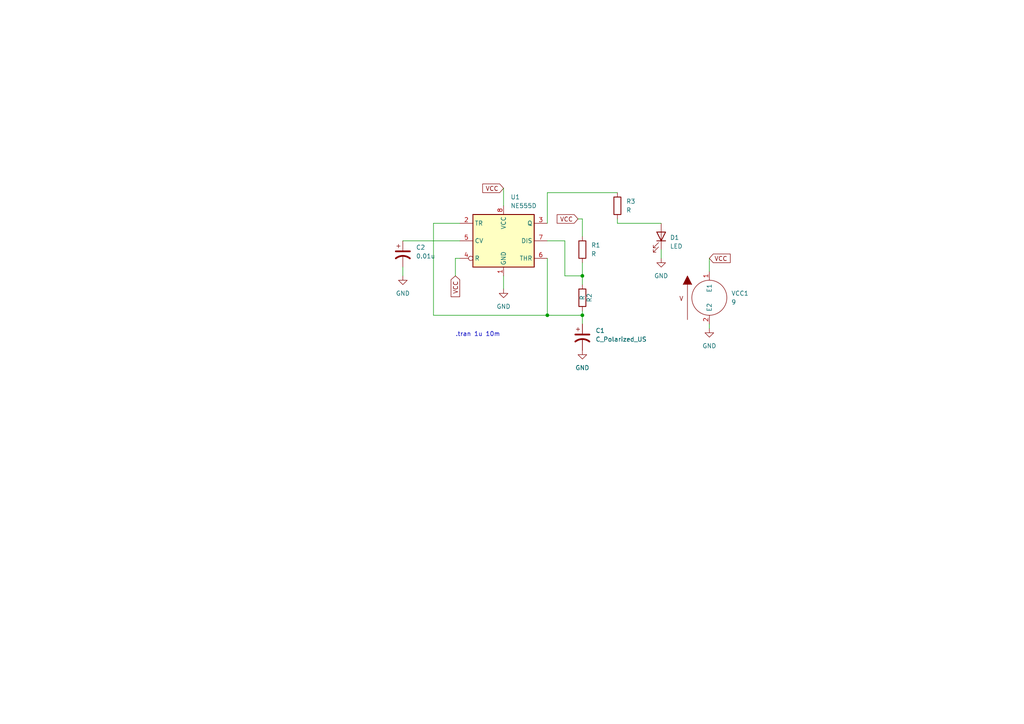
<source format=kicad_sch>
(kicad_sch (version 20211123) (generator eeschema)
  (paper "A4")
  (lib_symbols
    (symbol "Device:C_Polarized_US" (pin_numbers hide) (pin_names (offset 0.254) hide)
      (property "Reference" "C" (at 0.635 2.54 0))
      (property "Value" "C_Polarized_US" (at 0.635 -2.54 0))
      (symbol "C_Polarized_US_0_1"
        (polyline (pts (xy -2.032 0.762) (xy 2.032 0.762)) (stroke (width 0.508)))
        (polyline (pts (xy -1.778 2.286) (xy -0.762 2.286)))
        (polyline (pts (xy -1.27 1.778) (xy -1.27 2.794)))
        (arc (start 2.032 -1.27) (mid 0 -0.5572) (end -2.032 -1.27) (stroke (width 0.508)))
      )
      (symbol "C_Polarized_US_1_1"
        (pin passive line (at 0 3.81 270) (length 2.794) (name "~") (number "1"))
        (pin passive line (at 0 -3.81 90) (length 3.302) (name "~") (number "2"))
      )
    )
    (symbol "Device:LED" (pin_numbers hide) (pin_names (offset 1.016) hide)
      (property "Reference" "D" (at 0 2.54 0))
      (property "Value" "LED" (at 0 -2.54 0))
      (symbol "LED_0_1"
        (polyline (pts (xy -1.27 -1.27) (xy -1.27 1.27)) (stroke (width 0.254)))
        (polyline (pts (xy -1.27 0) (xy 1.27 0)))
        (polyline (pts (xy 1.27 -1.27) (xy 1.27 1.27) (xy -1.27 0) (xy 1.27 -1.27)) (stroke (width 0.254)))
        (polyline (pts (xy -3.048 -0.762) (xy -4.572 -2.286) (xy -3.81 -2.286) (xy -4.572 -2.286) (xy -4.572 -1.524)))
        (polyline (pts (xy -1.778 -0.762) (xy -3.302 -2.286) (xy -2.54 -2.286) (xy -3.302 -2.286) (xy -3.302 -1.524)))
      )
      (symbol "LED_1_1"
        (pin passive line (at -3.81 0 0) (length 2.54) (name "K") (number "1"))
        (pin passive line (at 3.81 0 180) (length 2.54) (name "A") (number "2"))
      )
    )
    (symbol "Device:R" (pin_numbers hide) (pin_names (offset 0))
      (property "Reference" "R" (at 2.032 0 90))
      (property "Value" "R" (at 0 0 90))
      (symbol "R_0_1"
        (rectangle (start -1.016 -2.54) (end 1.016 2.54) (stroke (width 0.254)))
      )
      (symbol "R_1_1"
        (pin passive line (at 0 3.81 270) (length 1.27) (name "~") (number "1"))
        (pin passive line (at 0 -3.81 90) (length 1.27) (name "~") (number "2"))
      )
    )
    (symbol "Timer:NE555D"
      (property "Reference" "U" (at -10.16 8.89 0))
      (property "Value" "NE555D" (at 2.54 8.89 0))
      (symbol "NE555D_0_0"
        (pin power_in line (at 0 -10.16 90) (length 2.54) (name "GND") (number "1"))
        (pin power_in line (at 0 10.16 270) (length 2.54) (name "VCC") (number "8"))
      )
      (symbol "NE555D_0_1"
        (rectangle (start -8.89 -7.62) (end 8.89 7.62) (stroke (width 0.254)) (fill (type background)))
        (rectangle (start -8.89 -7.62) (end 8.89 7.62) (stroke (width 0.254)) (fill (type background)))
      )
      (symbol "NE555D_1_1"
        (pin input line (at -12.7 5.08 0) (length 3.81) (name "TR") (number "2"))
        (pin output line (at 12.7 5.08 180) (length 3.81) (name "Q") (number "3"))
        (pin input inverted (at -12.7 -5.08 0) (length 3.81) (name "R") (number "4"))
        (pin input line (at -12.7 0 0) (length 3.81) (name "CV") (number "5"))
        (pin input line (at 12.7 -5.08 180) (length 3.81) (name "THR") (number "6"))
        (pin input line (at 12.7 0 180) (length 3.81) (name "DIS") (number "7"))
      )
    )
    (symbol "power:GND" (power) (pin_names (offset 0))
      (property "Value" "GND" (at 0 -3.81 0))
      (symbol "GND_0_1"
        (polyline (pts (xy 0 0) (xy 0 -1.27) (xy 1.27 -1.27) (xy 0 -2.54) (xy -1.27 -1.27) (xy 0 -1.27)))
      )
      (symbol "GND_1_1"
        (pin power_in line (at 0 0 270) (length 0) hide (name "GND") (number "1"))
      )
    )
    (symbol "pspice:VSOURCE" (pin_names (offset 1.016))
      (property "Reference" "V" (at -6.35 7.62 0))
      (property "Value" "VSOURCE" (at 0 0 0))
      (symbol "VSOURCE_0_1"
        (polyline (pts (xy -6.35 -6.35) (xy -6.35 3.81)) (fill (type outline)))
        (polyline (pts (xy -7.62 3.81) (xy -6.35 6.35) (xy -5.08 3.81)) (fill (type outline)))
        (circle (center 0 0) (radius 5.08))
        (text "V" (at -8.128 -0.254 0) (effects (font (size 1.27 1.27))))
      )
      (symbol "VSOURCE_1_1"
        (pin input line (at 0 7.62 270) (length 2.54) (name "E1") (number "1"))
        (pin input line (at 0 -7.62 90) (length 2.54) (name "E2") (number "2"))
      )
    )
  )
  (junction (at 158.75 91.44))
  (junction (at 168.91 80.01))
  (junction (at 168.91 91.44))
  (wire (pts (xy 168.91 91.44) (xy 168.91 93.98)))
  (wire (pts (xy 179.07 64.77) (xy 191.77 64.77)))
  (wire (pts (xy 158.75 55.88) (xy 158.75 64.77)))
  (wire (pts (xy 158.75 91.44) (xy 168.91 91.44)))
  (wire (pts (xy 205.74 93.98) (xy 205.74 95.25)))
  (wire (pts (xy 132.08 74.93) (xy 132.08 80.01)))
  (wire (pts (xy 133.35 74.93) (xy 132.08 74.93)))
  (wire (pts (xy 191.77 72.39) (xy 191.77 74.93)))
  (wire (pts (xy 146.05 54.61) (xy 146.05 59.69)))
  (wire (pts (xy 163.83 80.01) (xy 168.91 80.01)))
  (wire (pts (xy 167.64 63.5) (xy 168.91 63.5)))
  (wire (pts (xy 158.75 55.88) (xy 179.07 55.88)))
  (wire (pts (xy 168.91 90.17) (xy 168.91 91.44)))
  (wire (pts (xy 133.35 64.77) (xy 125.73 64.77)))
  (wire (pts (xy 158.75 74.93) (xy 158.75 91.44)))
  (wire (pts (xy 168.91 63.5) (xy 168.91 68.58)))
  (wire (pts (xy 116.84 77.47) (xy 116.84 80.01)))
  (wire (pts (xy 116.84 69.85) (xy 133.35 69.85)))
  (wire (pts (xy 168.91 76.2) (xy 168.91 80.01)))
  (wire (pts (xy 125.73 64.77) (xy 125.73 91.44)))
  (wire (pts (xy 205.74 74.93) (xy 205.74 78.74)))
  (wire (pts (xy 168.91 80.01) (xy 168.91 82.55)))
  (wire (pts (xy 163.83 69.85) (xy 163.83 80.01)))
  (wire (pts (xy 179.07 63.5) (xy 179.07 64.77)))
  (wire (pts (xy 146.05 80.01) (xy 146.05 83.82)))
  (wire (pts (xy 158.75 69.85) (xy 163.83 69.85)))
  (wire (pts (xy 125.73 91.44) (xy 158.75 91.44)))
  (text ".tran 1u 10m " (at 132.08 97.79 0) (effects (font (size 1.27 1.27)) (justify left bottom)))
  (global_label "VCC" (shape input) (at 167.64 63.5 180) (property "Intersheet References" "${INTERSHEET_REFS}" (effects hide)))
  (global_label "VCC" (shape input) (at 132.08 80.01 270) (property "Intersheet References" "${INTERSHEET_REFS}" (effects hide)))
  (global_label "VCC" (shape input) (at 205.74 74.93 0) (property "Intersheet References" "${INTERSHEET_REFS}" (effects hide)))
  (global_label "VCC" (shape input) (at 146.05 54.61 180) (property "Intersheet References" "${INTERSHEET_REFS}" (effects hide)))
  (symbol (lib_id "Device:R") (at 179.07 59.69 0) (unit 1)
    (property "Reference" "R3" (at 181.61 58.4199 0) (effects (justify left)))
    (property "Value" "R" (at 181.61 60.9599 0) (effects (justify left)))
    (property "Spice_Primitive" "R" (effects hide))
    (property "Spice_Model" "470" (effects hide))
    (property "Spice_Netlist_Enabled" "Y" (effects hide))
  )
  (symbol (lib_id "Device:R") (at 168.91 86.36 0) (unit 1)
    (property "Reference" "R2" (at 170.942 86.36 90))
    (property "Value" "R" (at 168.91 86.36 90))
    (property "Spice_Primitive" "R" (effects hide))
    (property "Spice_Model" "1meg" (effects hide))
    (property "Spice_Netlist_Enabled" "Y" (effects hide))
  )
  (symbol (lib_id "Device:C_Polarized_US") (at 168.91 97.79 0) (unit 1)
    (property "Reference" "C1" (at 172.72 95.8849 0) (effects (justify left)))
    (property "Value" "C_Polarized_US" (at 172.72 98.4249 0) (effects (justify left)))
    (property "Spice_Primitive" "C" (effects hide))
    (property "Spice_Model" "1.5n" (effects hide))
    (property "Spice_Netlist_Enabled" "Y" (effects hide))
  )
  (symbol (lib_id "power:GND") (at 205.74 95.25 0) (unit 1)
    (property "Reference" "#PWR03" (effects hide))
    (property "Value" "GND" (at 205.74 100.33 0))
  )
  (symbol (lib_id "Device:LED") (at 191.77 68.58 270) (mirror x) (unit 1)
    (property "Reference" "D1" (at 194.31 68.8974 90) (effects (justify left)))
    (property "Value" "LED" (at 194.31 71.4374 90) (effects (justify left)))
    (property "Spice_Primitive" "D" (effects hide))
    (property "Spice_Model" "LED" (effects hide))
    (property "Spice_Netlist_Enabled" "Y" (effects hide))
    (property "Spice_Lib_File" "/home/idiot/Downloads/led.lib" (effects hide))
  )
  (symbol (lib_id "power:GND") (at 116.84 80.01 0) (unit 1)
    (property "Reference" "#PWR04" (effects hide))
    (property "Value" "GND" (at 116.84 85.09 0))
  )
  (symbol (lib_id "Device:C_Polarized_US") (at 116.84 73.66 0) (unit 1)
    (property "Reference" "C2" (at 120.65 71.7549 0) (effects (justify left)))
    (property "Value" "0.01u" (at 120.65 74.2949 0) (effects (justify left)))
    (property "Spice_Primitive" "C" (effects hide))
    (property "Spice_Model" "0.01u" (effects hide))
    (property "Spice_Netlist_Enabled" "Y" (effects hide))
  )
  (symbol (lib_id "Device:R") (at 168.91 72.39 0) (unit 1)
    (property "Reference" "R1" (at 171.45 71.1199 0) (effects (justify left)))
    (property "Value" "R" (at 171.45 73.6599 0) (effects (justify left)))
    (property "Spice_Primitive" "R" (effects hide))
    (property "Spice_Model" "1meg" (effects hide))
    (property "Spice_Netlist_Enabled" "Y" (effects hide))
  )
  (symbol (lib_id "power:GND") (at 168.91 101.6 0) (unit 1)
    (property "Reference" "#PWR05" (effects hide))
    (property "Value" "GND" (at 168.91 106.68 0))
  )
  (symbol (lib_id "power:GND") (at 146.05 83.82 0) (unit 1)
    (property "Reference" "#PWR01" (effects hide))
    (property "Value" "GND" (at 146.05 88.9 0))
  )
  (symbol (lib_id "Timer:NE555D") (at 146.05 69.85 0) (unit 1)
    (property "Reference" "U1" (at 148.0694 57.15 0) (effects (justify left)))
    (property "Value" "NE555D" (at 148.0694 59.69 0) (effects (justify left)))
    (property "Footprint" "Package_SO:SOIC-8_3.9x4.9mm_P1.27mm" (effects hide))
    (property "Datasheet" "http://www.ti.com/lit/ds/symlink/ne555.pdf" (effects hide))
    (property "Spice_Primitive" "X" (effects hide))
    (property "Spice_Model" "ICM7555" (effects hide))
    (property "Spice_Netlist_Enabled" "Y" (effects hide))
    (property "Spice_Lib_File" "/home/idiot/Downloads/icm7555.lib" (effects hide))
  )
  (symbol (lib_id "pspice:VSOURCE") (at 205.74 86.36 0) (unit 1)
    (property "Reference" "VCC1" (at 212.09 85.0899 0) (effects (justify left)))
    (property "Value" "0" (at 212.09 87.6299 0) (effects (justify left)))
    (property "Spice_Primitive" "V" (effects hide))
    (property "Spice_Model" "dc 9" (effects hide))
    (property "Spice_Netlist_Enabled" "Y" (effects hide))
  )
  (symbol (lib_id "power:GND") (at 191.77 74.93 0) (unit 1)
    (property "Reference" "#PWR02" (effects hide))
    (property "Value" "GND" (at 191.77 80.01 0))
  )
)
</source>
